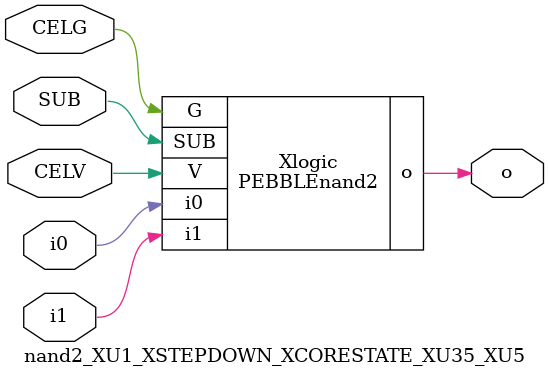
<source format=v>



module PEBBLEnand2 ( o, G, SUB, V, i0, i1 );

  input i0;
  input V;
  input i1;
  input G;
  output o;
  input SUB;
endmodule

//Celera Confidential Do Not Copy nand2_XU1_XSTEPDOWN_XCORESTATE_XU35_XU5
//Celera Confidential Symbol Generator
//5V NAND2
module nand2_XU1_XSTEPDOWN_XCORESTATE_XU35_XU5 (CELV,CELG,i0,i1,o,SUB);
input CELV;
input CELG;
input i0;
input i1;
input SUB;
output o;

//Celera Confidential Do Not Copy nand2
PEBBLEnand2 Xlogic(
.V (CELV),
.i0 (i0),
.i1 (i1),
.o (o),
.SUB (SUB),
.G (CELG)
);
//,diesize,PEBBLEnand2

//Celera Confidential Do Not Copy Module End
//Celera Schematic Generator
endmodule

</source>
